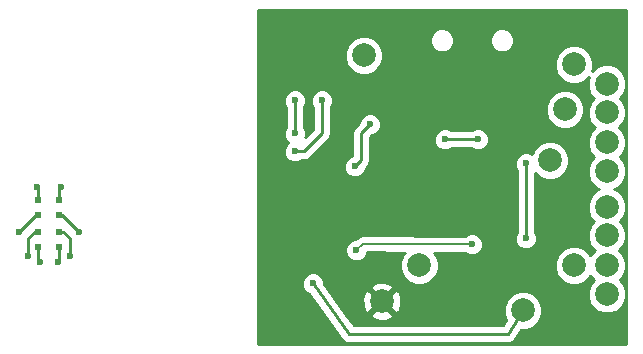
<source format=gbr>
G04 #@! TF.FileFunction,Copper,L2,Bot,Signal*
%FSLAX46Y46*%
G04 Gerber Fmt 4.6, Leading zero omitted, Abs format (unit mm)*
G04 Created by KiCad (PCBNEW 4.0.0-rc1-stable) date 11/17/2015 11:37:48 PM*
%MOMM*%
G01*
G04 APERTURE LIST*
%ADD10C,0.100000*%
%ADD11R,0.500000X0.500000*%
%ADD12C,1.998980*%
%ADD13C,0.600000*%
%ADD14C,0.250000*%
%ADD15C,0.200000*%
%ADD16C,0.254000*%
G04 APERTURE END LIST*
D10*
D11*
X105780000Y-110712000D03*
X105780000Y-109402000D03*
X105780000Y-108022000D03*
X105780000Y-106712000D03*
X107580000Y-106712000D03*
X107580000Y-108022000D03*
X107580000Y-109402000D03*
X107580000Y-110712000D03*
D12*
X133350000Y-94488000D03*
X146812000Y-116078000D03*
X151130000Y-95250000D03*
X138049000Y-112268000D03*
X134874000Y-115316000D03*
X153924000Y-99314000D03*
X153924000Y-101854000D03*
X153924000Y-96884000D03*
X153924000Y-104284000D03*
X153924000Y-109728000D03*
X153924000Y-112268000D03*
X153924000Y-107298000D03*
X153924000Y-114698000D03*
X150368000Y-99060000D03*
X151130000Y-112268000D03*
X149098000Y-103378000D03*
D13*
X132080000Y-113538000D03*
X132588000Y-107696000D03*
X128778000Y-96266000D03*
X136652000Y-96012000D03*
X148336000Y-95758000D03*
X143764000Y-115062000D03*
X142494000Y-104902000D03*
X141478000Y-105918000D03*
X143510000Y-104902000D03*
X141478000Y-106934000D03*
X142494000Y-106934000D03*
X143510000Y-106934000D03*
X143510000Y-105918000D03*
X141478000Y-104902000D03*
X138938000Y-102362000D03*
X142494000Y-105918000D03*
X140208000Y-101600000D03*
X143002000Y-101600000D03*
X129032000Y-113792000D03*
X133858000Y-100330000D03*
X132588000Y-103886000D03*
X105918000Y-112014000D03*
X104902000Y-111506000D03*
X104140000Y-109474000D03*
X109220000Y-109474000D03*
X108458000Y-111506000D03*
X107442000Y-112014000D03*
X132722000Y-110984400D03*
X142494000Y-110490000D03*
X147066000Y-109982000D03*
X147066000Y-103632000D03*
X105664000Y-105664000D03*
X107696000Y-105664000D03*
X127508000Y-102616000D03*
X129794000Y-98298000D03*
X127508000Y-101092000D03*
X127508000Y-98298000D03*
D14*
X143002000Y-101600000D02*
X140208000Y-101600000D01*
X146812000Y-116078000D02*
X145542000Y-118110000D01*
X145542000Y-118110000D02*
X132080000Y-118110000D01*
X132080000Y-118110000D02*
X129032000Y-113792000D01*
X133096000Y-101092000D02*
X133858000Y-100330000D01*
X133096000Y-103378000D02*
X133096000Y-101092000D01*
X132588000Y-103886000D02*
X133096000Y-103378000D01*
X105780000Y-111876000D02*
X105780000Y-110712000D01*
X105918000Y-112014000D02*
X105780000Y-111876000D01*
X105482000Y-109402000D02*
X105780000Y-109402000D01*
X104902000Y-109982000D02*
X105482000Y-109402000D01*
X104902000Y-111506000D02*
X104902000Y-109982000D01*
X104140000Y-109474000D02*
X105592000Y-108022000D01*
X105592000Y-108022000D02*
X105780000Y-108022000D01*
X107580000Y-108022000D02*
X107768000Y-108022000D01*
X107768000Y-108022000D02*
X109220000Y-109474000D01*
X107580000Y-109402000D02*
X107878000Y-109402000D01*
X108458000Y-109982000D02*
X108458000Y-111506000D01*
X107878000Y-109402000D02*
X108458000Y-109982000D01*
X107580000Y-110712000D02*
X107580000Y-111876000D01*
X107580000Y-111876000D02*
X107442000Y-112014000D01*
D15*
X142494000Y-110490000D02*
X133272400Y-110434000D01*
X133272400Y-110434000D02*
X132722000Y-110984400D01*
D14*
X147066000Y-103632000D02*
X147066000Y-109982000D01*
X105780000Y-105780000D02*
X105780000Y-106712000D01*
X105664000Y-105664000D02*
X105780000Y-105780000D01*
X107580000Y-105780000D02*
X107580000Y-106712000D01*
X107696000Y-105664000D02*
X107580000Y-105780000D01*
X128270000Y-102616000D02*
X127508000Y-102616000D01*
X129794000Y-101092000D02*
X128270000Y-102616000D01*
X129794000Y-98298000D02*
X129794000Y-101092000D01*
X127508000Y-98298000D02*
X127508000Y-101092000D01*
D16*
G36*
X155575000Y-118924000D02*
X124408000Y-118924000D01*
X124408000Y-113977167D01*
X128096838Y-113977167D01*
X128238883Y-114320943D01*
X128501673Y-114584192D01*
X128726958Y-114677739D01*
X131459105Y-118548280D01*
X131506376Y-118593189D01*
X131542599Y-118647401D01*
X131612843Y-118694337D01*
X131674090Y-118752523D01*
X131734947Y-118775924D01*
X131789161Y-118812148D01*
X131872017Y-118828629D01*
X131950871Y-118858950D01*
X132016053Y-118857280D01*
X132080000Y-118870000D01*
X145542000Y-118870000D01*
X145626638Y-118853164D01*
X145712893Y-118850537D01*
X145770680Y-118824512D01*
X145832839Y-118812148D01*
X145904591Y-118764205D01*
X145983276Y-118728769D01*
X146026705Y-118682611D01*
X146079401Y-118647401D01*
X146127343Y-118575650D01*
X146186479Y-118512799D01*
X146686740Y-117712382D01*
X147135694Y-117712774D01*
X147736655Y-117464462D01*
X148196846Y-117005073D01*
X148446206Y-116404547D01*
X148446774Y-115754306D01*
X148198462Y-115153345D01*
X147739073Y-114693154D01*
X147138547Y-114443794D01*
X146488306Y-114443226D01*
X145887345Y-114691538D01*
X145427154Y-115150927D01*
X145177794Y-115751453D01*
X145177226Y-116401694D01*
X145390644Y-116918205D01*
X145120772Y-117350000D01*
X132473799Y-117350000D01*
X131851327Y-116468163D01*
X133901443Y-116468163D01*
X134000042Y-116734965D01*
X134609582Y-116961401D01*
X135259377Y-116937341D01*
X135747958Y-116734965D01*
X135846557Y-116468163D01*
X134874000Y-115495605D01*
X133901443Y-116468163D01*
X131851327Y-116468163D01*
X130851387Y-115051582D01*
X133228599Y-115051582D01*
X133252659Y-115701377D01*
X133455035Y-116189958D01*
X133721837Y-116288557D01*
X134694395Y-115316000D01*
X135053605Y-115316000D01*
X136026163Y-116288557D01*
X136292965Y-116189958D01*
X136519401Y-115580418D01*
X136495341Y-114930623D01*
X136292965Y-114442042D01*
X136026163Y-114343443D01*
X135053605Y-115316000D01*
X134694395Y-115316000D01*
X133721837Y-114343443D01*
X133455035Y-114442042D01*
X133228599Y-115051582D01*
X130851387Y-115051582D01*
X130224744Y-114163837D01*
X133901443Y-114163837D01*
X134874000Y-115136395D01*
X135846557Y-114163837D01*
X135747958Y-113897035D01*
X135138418Y-113670599D01*
X134488623Y-113694659D01*
X134000042Y-113897035D01*
X133901443Y-114163837D01*
X130224744Y-114163837D01*
X129966995Y-113798694D01*
X129967162Y-113606833D01*
X129825117Y-113263057D01*
X129562327Y-112999808D01*
X129218799Y-112857162D01*
X128846833Y-112856838D01*
X128503057Y-112998883D01*
X128239808Y-113261673D01*
X128097162Y-113605201D01*
X128096838Y-113977167D01*
X124408000Y-113977167D01*
X124408000Y-111169567D01*
X131786838Y-111169567D01*
X131928883Y-111513343D01*
X132191673Y-111776592D01*
X132535201Y-111919238D01*
X132907167Y-111919562D01*
X133250943Y-111777517D01*
X133514192Y-111514727D01*
X133656776Y-111171347D01*
X136814818Y-111190525D01*
X136664154Y-111340927D01*
X136414794Y-111941453D01*
X136414226Y-112591694D01*
X136662538Y-113192655D01*
X137121927Y-113652846D01*
X137722453Y-113902206D01*
X138372694Y-113902774D01*
X138973655Y-113654462D01*
X139433846Y-113195073D01*
X139683206Y-112594547D01*
X139683774Y-111944306D01*
X139435462Y-111343345D01*
X139297962Y-111205605D01*
X141903011Y-111221424D01*
X141963673Y-111282192D01*
X142307201Y-111424838D01*
X142679167Y-111425162D01*
X143022943Y-111283117D01*
X143286192Y-111020327D01*
X143428838Y-110676799D01*
X143429162Y-110304833D01*
X143287117Y-109961057D01*
X143024327Y-109697808D01*
X142680799Y-109555162D01*
X142308833Y-109554838D01*
X141965057Y-109696883D01*
X141910402Y-109751443D01*
X133276863Y-109699014D01*
X133274629Y-109699444D01*
X133272400Y-109699001D01*
X133133995Y-109726531D01*
X132995257Y-109753253D01*
X132993358Y-109754505D01*
X132991128Y-109754949D01*
X132873662Y-109833437D01*
X132755843Y-109911131D01*
X132754570Y-109913012D01*
X132752676Y-109914277D01*
X132617645Y-110049308D01*
X132536833Y-110049238D01*
X132193057Y-110191283D01*
X131929808Y-110454073D01*
X131787162Y-110797601D01*
X131786838Y-111169567D01*
X124408000Y-111169567D01*
X124408000Y-104071167D01*
X131652838Y-104071167D01*
X131794883Y-104414943D01*
X132057673Y-104678192D01*
X132401201Y-104820838D01*
X132773167Y-104821162D01*
X133116943Y-104679117D01*
X133380192Y-104416327D01*
X133522838Y-104072799D01*
X133522879Y-104025923D01*
X133633401Y-103915401D01*
X133699039Y-103817167D01*
X146130838Y-103817167D01*
X146272883Y-104160943D01*
X146306000Y-104194118D01*
X146306000Y-109419537D01*
X146273808Y-109451673D01*
X146131162Y-109795201D01*
X146130838Y-110167167D01*
X146272883Y-110510943D01*
X146535673Y-110774192D01*
X146879201Y-110916838D01*
X147251167Y-110917162D01*
X147594943Y-110775117D01*
X147858192Y-110512327D01*
X148000838Y-110168799D01*
X148001162Y-109796833D01*
X147859117Y-109453057D01*
X147826000Y-109419882D01*
X147826000Y-104417317D01*
X148170927Y-104762846D01*
X148771453Y-105012206D01*
X149421694Y-105012774D01*
X150022655Y-104764462D01*
X150482846Y-104305073D01*
X150732206Y-103704547D01*
X150732774Y-103054306D01*
X150484462Y-102453345D01*
X150025073Y-101993154D01*
X149424547Y-101743794D01*
X148774306Y-101743226D01*
X148173345Y-101991538D01*
X147713154Y-102450927D01*
X147558243Y-102823994D01*
X147252799Y-102697162D01*
X146880833Y-102696838D01*
X146537057Y-102838883D01*
X146273808Y-103101673D01*
X146131162Y-103445201D01*
X146130838Y-103817167D01*
X133699039Y-103817167D01*
X133798148Y-103668839D01*
X133856000Y-103378000D01*
X133856000Y-101785167D01*
X139272838Y-101785167D01*
X139414883Y-102128943D01*
X139677673Y-102392192D01*
X140021201Y-102534838D01*
X140393167Y-102535162D01*
X140736943Y-102393117D01*
X140770118Y-102360000D01*
X142439537Y-102360000D01*
X142471673Y-102392192D01*
X142815201Y-102534838D01*
X143187167Y-102535162D01*
X143530943Y-102393117D01*
X143794192Y-102130327D01*
X143936838Y-101786799D01*
X143937162Y-101414833D01*
X143795117Y-101071057D01*
X143532327Y-100807808D01*
X143188799Y-100665162D01*
X142816833Y-100664838D01*
X142473057Y-100806883D01*
X142439882Y-100840000D01*
X140770463Y-100840000D01*
X140738327Y-100807808D01*
X140394799Y-100665162D01*
X140022833Y-100664838D01*
X139679057Y-100806883D01*
X139415808Y-101069673D01*
X139273162Y-101413201D01*
X139272838Y-101785167D01*
X133856000Y-101785167D01*
X133856000Y-101406802D01*
X133997680Y-101265122D01*
X134043167Y-101265162D01*
X134386943Y-101123117D01*
X134650192Y-100860327D01*
X134792838Y-100516799D01*
X134793162Y-100144833D01*
X134651117Y-99801057D01*
X134388327Y-99537808D01*
X134044799Y-99395162D01*
X133672833Y-99394838D01*
X133329057Y-99536883D01*
X133065808Y-99799673D01*
X132923162Y-100143201D01*
X132923121Y-100190077D01*
X132558599Y-100554599D01*
X132393852Y-100801161D01*
X132336000Y-101092000D01*
X132336000Y-102978453D01*
X132059057Y-103092883D01*
X131795808Y-103355673D01*
X131653162Y-103699201D01*
X131652838Y-104071167D01*
X124408000Y-104071167D01*
X124408000Y-98483167D01*
X126572838Y-98483167D01*
X126714883Y-98826943D01*
X126748000Y-98860118D01*
X126748000Y-100529537D01*
X126715808Y-100561673D01*
X126573162Y-100905201D01*
X126572838Y-101277167D01*
X126714883Y-101620943D01*
X126947709Y-101854176D01*
X126715808Y-102085673D01*
X126573162Y-102429201D01*
X126572838Y-102801167D01*
X126714883Y-103144943D01*
X126977673Y-103408192D01*
X127321201Y-103550838D01*
X127693167Y-103551162D01*
X128036943Y-103409117D01*
X128070118Y-103376000D01*
X128270000Y-103376000D01*
X128560839Y-103318148D01*
X128807401Y-103153401D01*
X130331401Y-101629401D01*
X130496148Y-101382840D01*
X130505746Y-101334586D01*
X130554000Y-101092000D01*
X130554000Y-99383694D01*
X148733226Y-99383694D01*
X148981538Y-99984655D01*
X149440927Y-100444846D01*
X150041453Y-100694206D01*
X150691694Y-100694774D01*
X151292655Y-100446462D01*
X151752846Y-99987073D01*
X152002206Y-99386547D01*
X152002774Y-98736306D01*
X151754462Y-98135345D01*
X151295073Y-97675154D01*
X150694547Y-97425794D01*
X150044306Y-97425226D01*
X149443345Y-97673538D01*
X148983154Y-98132927D01*
X148733794Y-98733453D01*
X148733226Y-99383694D01*
X130554000Y-99383694D01*
X130554000Y-98860463D01*
X130586192Y-98828327D01*
X130728838Y-98484799D01*
X130729162Y-98112833D01*
X130587117Y-97769057D01*
X130324327Y-97505808D01*
X129980799Y-97363162D01*
X129608833Y-97362838D01*
X129265057Y-97504883D01*
X129001808Y-97767673D01*
X128859162Y-98111201D01*
X128858838Y-98483167D01*
X129000883Y-98826943D01*
X129034000Y-98860118D01*
X129034000Y-100777198D01*
X128379241Y-101431957D01*
X128442838Y-101278799D01*
X128443162Y-100906833D01*
X128301117Y-100563057D01*
X128268000Y-100529882D01*
X128268000Y-98860463D01*
X128300192Y-98828327D01*
X128442838Y-98484799D01*
X128443162Y-98112833D01*
X128301117Y-97769057D01*
X128038327Y-97505808D01*
X127694799Y-97363162D01*
X127322833Y-97362838D01*
X126979057Y-97504883D01*
X126715808Y-97767673D01*
X126573162Y-98111201D01*
X126572838Y-98483167D01*
X124408000Y-98483167D01*
X124408000Y-94811694D01*
X131715226Y-94811694D01*
X131963538Y-95412655D01*
X132422927Y-95872846D01*
X133023453Y-96122206D01*
X133673694Y-96122774D01*
X134274655Y-95874462D01*
X134575948Y-95573694D01*
X149495226Y-95573694D01*
X149743538Y-96174655D01*
X150202927Y-96634846D01*
X150803453Y-96884206D01*
X151453694Y-96884774D01*
X152054655Y-96636462D01*
X152400233Y-96291486D01*
X152289794Y-96557453D01*
X152289226Y-97207694D01*
X152537538Y-97808655D01*
X152827480Y-98099103D01*
X152539154Y-98386927D01*
X152289794Y-98987453D01*
X152289226Y-99637694D01*
X152537538Y-100238655D01*
X152882480Y-100584199D01*
X152539154Y-100926927D01*
X152289794Y-101527453D01*
X152289226Y-102177694D01*
X152537538Y-102778655D01*
X152827480Y-103069103D01*
X152539154Y-103356927D01*
X152289794Y-103957453D01*
X152289226Y-104607694D01*
X152537538Y-105208655D01*
X152996927Y-105668846D01*
X153291088Y-105790992D01*
X152999345Y-105911538D01*
X152539154Y-106370927D01*
X152289794Y-106971453D01*
X152289226Y-107621694D01*
X152537538Y-108222655D01*
X152827480Y-108513103D01*
X152539154Y-108800927D01*
X152289794Y-109401453D01*
X152289226Y-110051694D01*
X152537538Y-110652655D01*
X152882480Y-110998199D01*
X152539154Y-111340927D01*
X152527279Y-111369525D01*
X152516462Y-111343345D01*
X152057073Y-110883154D01*
X151456547Y-110633794D01*
X150806306Y-110633226D01*
X150205345Y-110881538D01*
X149745154Y-111340927D01*
X149495794Y-111941453D01*
X149495226Y-112591694D01*
X149743538Y-113192655D01*
X150202927Y-113652846D01*
X150803453Y-113902206D01*
X151453694Y-113902774D01*
X152054655Y-113654462D01*
X152514846Y-113195073D01*
X152526721Y-113166475D01*
X152537538Y-113192655D01*
X152827480Y-113483103D01*
X152539154Y-113770927D01*
X152289794Y-114371453D01*
X152289226Y-115021694D01*
X152537538Y-115622655D01*
X152996927Y-116082846D01*
X153597453Y-116332206D01*
X154247694Y-116332774D01*
X154848655Y-116084462D01*
X155308846Y-115625073D01*
X155558206Y-115024547D01*
X155558774Y-114374306D01*
X155310462Y-113773345D01*
X155020520Y-113482897D01*
X155308846Y-113195073D01*
X155558206Y-112594547D01*
X155558774Y-111944306D01*
X155310462Y-111343345D01*
X154965520Y-110997801D01*
X155308846Y-110655073D01*
X155558206Y-110054547D01*
X155558774Y-109404306D01*
X155310462Y-108803345D01*
X155020520Y-108512897D01*
X155308846Y-108225073D01*
X155558206Y-107624547D01*
X155558774Y-106974306D01*
X155310462Y-106373345D01*
X154851073Y-105913154D01*
X154556912Y-105791008D01*
X154848655Y-105670462D01*
X155308846Y-105211073D01*
X155558206Y-104610547D01*
X155558774Y-103960306D01*
X155310462Y-103359345D01*
X155020520Y-103068897D01*
X155308846Y-102781073D01*
X155558206Y-102180547D01*
X155558774Y-101530306D01*
X155310462Y-100929345D01*
X154965520Y-100583801D01*
X155308846Y-100241073D01*
X155558206Y-99640547D01*
X155558774Y-98990306D01*
X155310462Y-98389345D01*
X155020520Y-98098897D01*
X155308846Y-97811073D01*
X155558206Y-97210547D01*
X155558774Y-96560306D01*
X155310462Y-95959345D01*
X154851073Y-95499154D01*
X154250547Y-95249794D01*
X153600306Y-95249226D01*
X152999345Y-95497538D01*
X152653767Y-95842514D01*
X152764206Y-95576547D01*
X152764774Y-94926306D01*
X152516462Y-94325345D01*
X152057073Y-93865154D01*
X151456547Y-93615794D01*
X150806306Y-93615226D01*
X150205345Y-93863538D01*
X149745154Y-94322927D01*
X149495794Y-94923453D01*
X149495226Y-95573694D01*
X134575948Y-95573694D01*
X134734846Y-95415073D01*
X134984206Y-94814547D01*
X134984774Y-94164306D01*
X134736462Y-93563345D01*
X134592577Y-93419208D01*
X138937824Y-93419208D01*
X139092175Y-93792766D01*
X139377731Y-94078821D01*
X139751018Y-94233824D01*
X140155208Y-94234176D01*
X140528766Y-94079825D01*
X140814821Y-93794269D01*
X140969824Y-93420982D01*
X140969825Y-93419208D01*
X144017824Y-93419208D01*
X144172175Y-93792766D01*
X144457731Y-94078821D01*
X144831018Y-94233824D01*
X145235208Y-94234176D01*
X145608766Y-94079825D01*
X145894821Y-93794269D01*
X146049824Y-93420982D01*
X146050176Y-93016792D01*
X145895825Y-92643234D01*
X145610269Y-92357179D01*
X145236982Y-92202176D01*
X144832792Y-92201824D01*
X144459234Y-92356175D01*
X144173179Y-92641731D01*
X144018176Y-93015018D01*
X144017824Y-93419208D01*
X140969825Y-93419208D01*
X140970176Y-93016792D01*
X140815825Y-92643234D01*
X140530269Y-92357179D01*
X140156982Y-92202176D01*
X139752792Y-92201824D01*
X139379234Y-92356175D01*
X139093179Y-92641731D01*
X138938176Y-93015018D01*
X138937824Y-93419208D01*
X134592577Y-93419208D01*
X134277073Y-93103154D01*
X133676547Y-92853794D01*
X133026306Y-92853226D01*
X132425345Y-93101538D01*
X131965154Y-93560927D01*
X131715794Y-94161453D01*
X131715226Y-94811694D01*
X124408000Y-94811694D01*
X124408000Y-90626000D01*
X155575000Y-90626000D01*
X155575000Y-118924000D01*
X155575000Y-118924000D01*
G37*
X155575000Y-118924000D02*
X124408000Y-118924000D01*
X124408000Y-113977167D01*
X128096838Y-113977167D01*
X128238883Y-114320943D01*
X128501673Y-114584192D01*
X128726958Y-114677739D01*
X131459105Y-118548280D01*
X131506376Y-118593189D01*
X131542599Y-118647401D01*
X131612843Y-118694337D01*
X131674090Y-118752523D01*
X131734947Y-118775924D01*
X131789161Y-118812148D01*
X131872017Y-118828629D01*
X131950871Y-118858950D01*
X132016053Y-118857280D01*
X132080000Y-118870000D01*
X145542000Y-118870000D01*
X145626638Y-118853164D01*
X145712893Y-118850537D01*
X145770680Y-118824512D01*
X145832839Y-118812148D01*
X145904591Y-118764205D01*
X145983276Y-118728769D01*
X146026705Y-118682611D01*
X146079401Y-118647401D01*
X146127343Y-118575650D01*
X146186479Y-118512799D01*
X146686740Y-117712382D01*
X147135694Y-117712774D01*
X147736655Y-117464462D01*
X148196846Y-117005073D01*
X148446206Y-116404547D01*
X148446774Y-115754306D01*
X148198462Y-115153345D01*
X147739073Y-114693154D01*
X147138547Y-114443794D01*
X146488306Y-114443226D01*
X145887345Y-114691538D01*
X145427154Y-115150927D01*
X145177794Y-115751453D01*
X145177226Y-116401694D01*
X145390644Y-116918205D01*
X145120772Y-117350000D01*
X132473799Y-117350000D01*
X131851327Y-116468163D01*
X133901443Y-116468163D01*
X134000042Y-116734965D01*
X134609582Y-116961401D01*
X135259377Y-116937341D01*
X135747958Y-116734965D01*
X135846557Y-116468163D01*
X134874000Y-115495605D01*
X133901443Y-116468163D01*
X131851327Y-116468163D01*
X130851387Y-115051582D01*
X133228599Y-115051582D01*
X133252659Y-115701377D01*
X133455035Y-116189958D01*
X133721837Y-116288557D01*
X134694395Y-115316000D01*
X135053605Y-115316000D01*
X136026163Y-116288557D01*
X136292965Y-116189958D01*
X136519401Y-115580418D01*
X136495341Y-114930623D01*
X136292965Y-114442042D01*
X136026163Y-114343443D01*
X135053605Y-115316000D01*
X134694395Y-115316000D01*
X133721837Y-114343443D01*
X133455035Y-114442042D01*
X133228599Y-115051582D01*
X130851387Y-115051582D01*
X130224744Y-114163837D01*
X133901443Y-114163837D01*
X134874000Y-115136395D01*
X135846557Y-114163837D01*
X135747958Y-113897035D01*
X135138418Y-113670599D01*
X134488623Y-113694659D01*
X134000042Y-113897035D01*
X133901443Y-114163837D01*
X130224744Y-114163837D01*
X129966995Y-113798694D01*
X129967162Y-113606833D01*
X129825117Y-113263057D01*
X129562327Y-112999808D01*
X129218799Y-112857162D01*
X128846833Y-112856838D01*
X128503057Y-112998883D01*
X128239808Y-113261673D01*
X128097162Y-113605201D01*
X128096838Y-113977167D01*
X124408000Y-113977167D01*
X124408000Y-111169567D01*
X131786838Y-111169567D01*
X131928883Y-111513343D01*
X132191673Y-111776592D01*
X132535201Y-111919238D01*
X132907167Y-111919562D01*
X133250943Y-111777517D01*
X133514192Y-111514727D01*
X133656776Y-111171347D01*
X136814818Y-111190525D01*
X136664154Y-111340927D01*
X136414794Y-111941453D01*
X136414226Y-112591694D01*
X136662538Y-113192655D01*
X137121927Y-113652846D01*
X137722453Y-113902206D01*
X138372694Y-113902774D01*
X138973655Y-113654462D01*
X139433846Y-113195073D01*
X139683206Y-112594547D01*
X139683774Y-111944306D01*
X139435462Y-111343345D01*
X139297962Y-111205605D01*
X141903011Y-111221424D01*
X141963673Y-111282192D01*
X142307201Y-111424838D01*
X142679167Y-111425162D01*
X143022943Y-111283117D01*
X143286192Y-111020327D01*
X143428838Y-110676799D01*
X143429162Y-110304833D01*
X143287117Y-109961057D01*
X143024327Y-109697808D01*
X142680799Y-109555162D01*
X142308833Y-109554838D01*
X141965057Y-109696883D01*
X141910402Y-109751443D01*
X133276863Y-109699014D01*
X133274629Y-109699444D01*
X133272400Y-109699001D01*
X133133995Y-109726531D01*
X132995257Y-109753253D01*
X132993358Y-109754505D01*
X132991128Y-109754949D01*
X132873662Y-109833437D01*
X132755843Y-109911131D01*
X132754570Y-109913012D01*
X132752676Y-109914277D01*
X132617645Y-110049308D01*
X132536833Y-110049238D01*
X132193057Y-110191283D01*
X131929808Y-110454073D01*
X131787162Y-110797601D01*
X131786838Y-111169567D01*
X124408000Y-111169567D01*
X124408000Y-104071167D01*
X131652838Y-104071167D01*
X131794883Y-104414943D01*
X132057673Y-104678192D01*
X132401201Y-104820838D01*
X132773167Y-104821162D01*
X133116943Y-104679117D01*
X133380192Y-104416327D01*
X133522838Y-104072799D01*
X133522879Y-104025923D01*
X133633401Y-103915401D01*
X133699039Y-103817167D01*
X146130838Y-103817167D01*
X146272883Y-104160943D01*
X146306000Y-104194118D01*
X146306000Y-109419537D01*
X146273808Y-109451673D01*
X146131162Y-109795201D01*
X146130838Y-110167167D01*
X146272883Y-110510943D01*
X146535673Y-110774192D01*
X146879201Y-110916838D01*
X147251167Y-110917162D01*
X147594943Y-110775117D01*
X147858192Y-110512327D01*
X148000838Y-110168799D01*
X148001162Y-109796833D01*
X147859117Y-109453057D01*
X147826000Y-109419882D01*
X147826000Y-104417317D01*
X148170927Y-104762846D01*
X148771453Y-105012206D01*
X149421694Y-105012774D01*
X150022655Y-104764462D01*
X150482846Y-104305073D01*
X150732206Y-103704547D01*
X150732774Y-103054306D01*
X150484462Y-102453345D01*
X150025073Y-101993154D01*
X149424547Y-101743794D01*
X148774306Y-101743226D01*
X148173345Y-101991538D01*
X147713154Y-102450927D01*
X147558243Y-102823994D01*
X147252799Y-102697162D01*
X146880833Y-102696838D01*
X146537057Y-102838883D01*
X146273808Y-103101673D01*
X146131162Y-103445201D01*
X146130838Y-103817167D01*
X133699039Y-103817167D01*
X133798148Y-103668839D01*
X133856000Y-103378000D01*
X133856000Y-101785167D01*
X139272838Y-101785167D01*
X139414883Y-102128943D01*
X139677673Y-102392192D01*
X140021201Y-102534838D01*
X140393167Y-102535162D01*
X140736943Y-102393117D01*
X140770118Y-102360000D01*
X142439537Y-102360000D01*
X142471673Y-102392192D01*
X142815201Y-102534838D01*
X143187167Y-102535162D01*
X143530943Y-102393117D01*
X143794192Y-102130327D01*
X143936838Y-101786799D01*
X143937162Y-101414833D01*
X143795117Y-101071057D01*
X143532327Y-100807808D01*
X143188799Y-100665162D01*
X142816833Y-100664838D01*
X142473057Y-100806883D01*
X142439882Y-100840000D01*
X140770463Y-100840000D01*
X140738327Y-100807808D01*
X140394799Y-100665162D01*
X140022833Y-100664838D01*
X139679057Y-100806883D01*
X139415808Y-101069673D01*
X139273162Y-101413201D01*
X139272838Y-101785167D01*
X133856000Y-101785167D01*
X133856000Y-101406802D01*
X133997680Y-101265122D01*
X134043167Y-101265162D01*
X134386943Y-101123117D01*
X134650192Y-100860327D01*
X134792838Y-100516799D01*
X134793162Y-100144833D01*
X134651117Y-99801057D01*
X134388327Y-99537808D01*
X134044799Y-99395162D01*
X133672833Y-99394838D01*
X133329057Y-99536883D01*
X133065808Y-99799673D01*
X132923162Y-100143201D01*
X132923121Y-100190077D01*
X132558599Y-100554599D01*
X132393852Y-100801161D01*
X132336000Y-101092000D01*
X132336000Y-102978453D01*
X132059057Y-103092883D01*
X131795808Y-103355673D01*
X131653162Y-103699201D01*
X131652838Y-104071167D01*
X124408000Y-104071167D01*
X124408000Y-98483167D01*
X126572838Y-98483167D01*
X126714883Y-98826943D01*
X126748000Y-98860118D01*
X126748000Y-100529537D01*
X126715808Y-100561673D01*
X126573162Y-100905201D01*
X126572838Y-101277167D01*
X126714883Y-101620943D01*
X126947709Y-101854176D01*
X126715808Y-102085673D01*
X126573162Y-102429201D01*
X126572838Y-102801167D01*
X126714883Y-103144943D01*
X126977673Y-103408192D01*
X127321201Y-103550838D01*
X127693167Y-103551162D01*
X128036943Y-103409117D01*
X128070118Y-103376000D01*
X128270000Y-103376000D01*
X128560839Y-103318148D01*
X128807401Y-103153401D01*
X130331401Y-101629401D01*
X130496148Y-101382840D01*
X130505746Y-101334586D01*
X130554000Y-101092000D01*
X130554000Y-99383694D01*
X148733226Y-99383694D01*
X148981538Y-99984655D01*
X149440927Y-100444846D01*
X150041453Y-100694206D01*
X150691694Y-100694774D01*
X151292655Y-100446462D01*
X151752846Y-99987073D01*
X152002206Y-99386547D01*
X152002774Y-98736306D01*
X151754462Y-98135345D01*
X151295073Y-97675154D01*
X150694547Y-97425794D01*
X150044306Y-97425226D01*
X149443345Y-97673538D01*
X148983154Y-98132927D01*
X148733794Y-98733453D01*
X148733226Y-99383694D01*
X130554000Y-99383694D01*
X130554000Y-98860463D01*
X130586192Y-98828327D01*
X130728838Y-98484799D01*
X130729162Y-98112833D01*
X130587117Y-97769057D01*
X130324327Y-97505808D01*
X129980799Y-97363162D01*
X129608833Y-97362838D01*
X129265057Y-97504883D01*
X129001808Y-97767673D01*
X128859162Y-98111201D01*
X128858838Y-98483167D01*
X129000883Y-98826943D01*
X129034000Y-98860118D01*
X129034000Y-100777198D01*
X128379241Y-101431957D01*
X128442838Y-101278799D01*
X128443162Y-100906833D01*
X128301117Y-100563057D01*
X128268000Y-100529882D01*
X128268000Y-98860463D01*
X128300192Y-98828327D01*
X128442838Y-98484799D01*
X128443162Y-98112833D01*
X128301117Y-97769057D01*
X128038327Y-97505808D01*
X127694799Y-97363162D01*
X127322833Y-97362838D01*
X126979057Y-97504883D01*
X126715808Y-97767673D01*
X126573162Y-98111201D01*
X126572838Y-98483167D01*
X124408000Y-98483167D01*
X124408000Y-94811694D01*
X131715226Y-94811694D01*
X131963538Y-95412655D01*
X132422927Y-95872846D01*
X133023453Y-96122206D01*
X133673694Y-96122774D01*
X134274655Y-95874462D01*
X134575948Y-95573694D01*
X149495226Y-95573694D01*
X149743538Y-96174655D01*
X150202927Y-96634846D01*
X150803453Y-96884206D01*
X151453694Y-96884774D01*
X152054655Y-96636462D01*
X152400233Y-96291486D01*
X152289794Y-96557453D01*
X152289226Y-97207694D01*
X152537538Y-97808655D01*
X152827480Y-98099103D01*
X152539154Y-98386927D01*
X152289794Y-98987453D01*
X152289226Y-99637694D01*
X152537538Y-100238655D01*
X152882480Y-100584199D01*
X152539154Y-100926927D01*
X152289794Y-101527453D01*
X152289226Y-102177694D01*
X152537538Y-102778655D01*
X152827480Y-103069103D01*
X152539154Y-103356927D01*
X152289794Y-103957453D01*
X152289226Y-104607694D01*
X152537538Y-105208655D01*
X152996927Y-105668846D01*
X153291088Y-105790992D01*
X152999345Y-105911538D01*
X152539154Y-106370927D01*
X152289794Y-106971453D01*
X152289226Y-107621694D01*
X152537538Y-108222655D01*
X152827480Y-108513103D01*
X152539154Y-108800927D01*
X152289794Y-109401453D01*
X152289226Y-110051694D01*
X152537538Y-110652655D01*
X152882480Y-110998199D01*
X152539154Y-111340927D01*
X152527279Y-111369525D01*
X152516462Y-111343345D01*
X152057073Y-110883154D01*
X151456547Y-110633794D01*
X150806306Y-110633226D01*
X150205345Y-110881538D01*
X149745154Y-111340927D01*
X149495794Y-111941453D01*
X149495226Y-112591694D01*
X149743538Y-113192655D01*
X150202927Y-113652846D01*
X150803453Y-113902206D01*
X151453694Y-113902774D01*
X152054655Y-113654462D01*
X152514846Y-113195073D01*
X152526721Y-113166475D01*
X152537538Y-113192655D01*
X152827480Y-113483103D01*
X152539154Y-113770927D01*
X152289794Y-114371453D01*
X152289226Y-115021694D01*
X152537538Y-115622655D01*
X152996927Y-116082846D01*
X153597453Y-116332206D01*
X154247694Y-116332774D01*
X154848655Y-116084462D01*
X155308846Y-115625073D01*
X155558206Y-115024547D01*
X155558774Y-114374306D01*
X155310462Y-113773345D01*
X155020520Y-113482897D01*
X155308846Y-113195073D01*
X155558206Y-112594547D01*
X155558774Y-111944306D01*
X155310462Y-111343345D01*
X154965520Y-110997801D01*
X155308846Y-110655073D01*
X155558206Y-110054547D01*
X155558774Y-109404306D01*
X155310462Y-108803345D01*
X155020520Y-108512897D01*
X155308846Y-108225073D01*
X155558206Y-107624547D01*
X155558774Y-106974306D01*
X155310462Y-106373345D01*
X154851073Y-105913154D01*
X154556912Y-105791008D01*
X154848655Y-105670462D01*
X155308846Y-105211073D01*
X155558206Y-104610547D01*
X155558774Y-103960306D01*
X155310462Y-103359345D01*
X155020520Y-103068897D01*
X155308846Y-102781073D01*
X155558206Y-102180547D01*
X155558774Y-101530306D01*
X155310462Y-100929345D01*
X154965520Y-100583801D01*
X155308846Y-100241073D01*
X155558206Y-99640547D01*
X155558774Y-98990306D01*
X155310462Y-98389345D01*
X155020520Y-98098897D01*
X155308846Y-97811073D01*
X155558206Y-97210547D01*
X155558774Y-96560306D01*
X155310462Y-95959345D01*
X154851073Y-95499154D01*
X154250547Y-95249794D01*
X153600306Y-95249226D01*
X152999345Y-95497538D01*
X152653767Y-95842514D01*
X152764206Y-95576547D01*
X152764774Y-94926306D01*
X152516462Y-94325345D01*
X152057073Y-93865154D01*
X151456547Y-93615794D01*
X150806306Y-93615226D01*
X150205345Y-93863538D01*
X149745154Y-94322927D01*
X149495794Y-94923453D01*
X149495226Y-95573694D01*
X134575948Y-95573694D01*
X134734846Y-95415073D01*
X134984206Y-94814547D01*
X134984774Y-94164306D01*
X134736462Y-93563345D01*
X134592577Y-93419208D01*
X138937824Y-93419208D01*
X139092175Y-93792766D01*
X139377731Y-94078821D01*
X139751018Y-94233824D01*
X140155208Y-94234176D01*
X140528766Y-94079825D01*
X140814821Y-93794269D01*
X140969824Y-93420982D01*
X140969825Y-93419208D01*
X144017824Y-93419208D01*
X144172175Y-93792766D01*
X144457731Y-94078821D01*
X144831018Y-94233824D01*
X145235208Y-94234176D01*
X145608766Y-94079825D01*
X145894821Y-93794269D01*
X146049824Y-93420982D01*
X146050176Y-93016792D01*
X145895825Y-92643234D01*
X145610269Y-92357179D01*
X145236982Y-92202176D01*
X144832792Y-92201824D01*
X144459234Y-92356175D01*
X144173179Y-92641731D01*
X144018176Y-93015018D01*
X144017824Y-93419208D01*
X140969825Y-93419208D01*
X140970176Y-93016792D01*
X140815825Y-92643234D01*
X140530269Y-92357179D01*
X140156982Y-92202176D01*
X139752792Y-92201824D01*
X139379234Y-92356175D01*
X139093179Y-92641731D01*
X138938176Y-93015018D01*
X138937824Y-93419208D01*
X134592577Y-93419208D01*
X134277073Y-93103154D01*
X133676547Y-92853794D01*
X133026306Y-92853226D01*
X132425345Y-93101538D01*
X131965154Y-93560927D01*
X131715794Y-94161453D01*
X131715226Y-94811694D01*
X124408000Y-94811694D01*
X124408000Y-90626000D01*
X155575000Y-90626000D01*
X155575000Y-118924000D01*
M02*

</source>
